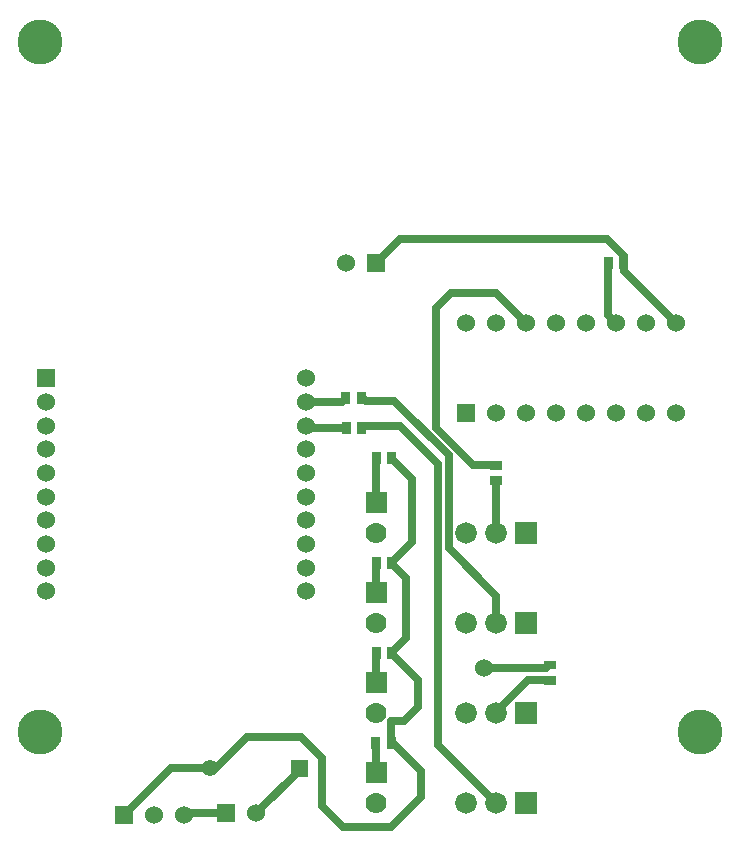
<source format=gbr>
G04 start of page 2 for group 0 idx 0 *
G04 Title: (unknown), component *
G04 Creator: pcb 20110918 *
G04 CreationDate: Tue 12 Jun 2012 03:36:23 PM GMT UTC *
G04 For: ed *
G04 Format: Gerber/RS-274X *
G04 PCB-Dimensions: 236000 283000 *
G04 PCB-Coordinate-Origin: lower left *
%MOIN*%
%FSLAX25Y25*%
%LNTOP*%
%ADD24C,0.0420*%
%ADD23C,0.0300*%
%ADD22C,0.0280*%
%ADD21C,0.0380*%
%ADD20C,0.0350*%
%ADD19C,0.1200*%
%ADD18C,0.1500*%
%ADD17R,0.0295X0.0295*%
%ADD16C,0.0720*%
%ADD15C,0.0550*%
%ADD14C,0.0700*%
%ADD13C,0.0001*%
%ADD12C,0.0600*%
%ADD11C,0.0250*%
G54D11*X120000Y113000D02*Y128000D01*
X96600Y146700D02*X108582D01*
X109882Y148000D01*
X110000Y138000D02*X97400D01*
X96600Y138800D01*
X159508Y120441D02*X160000Y119949D01*
X159508Y125559D02*X152441D01*
X140000Y138000D01*
X144150Y118000D02*Y128900D01*
X128008Y138492D02*X140650Y125850D01*
X132000Y121118D02*X125118Y128000D01*
X115000Y148492D02*X116492Y147000D01*
X126050D01*
X115118Y138492D02*X128008D01*
X130000Y88000D02*X125118Y92882D01*
Y93000D02*X132000Y99882D01*
Y121118D01*
X120000Y83000D02*Y93000D01*
Y23000D02*Y32882D01*
X119882Y33000D01*
X125000Y33492D02*X125118Y33610D01*
X125000Y33492D02*X135000Y23492D01*
X120000Y53000D02*Y63000D01*
X125118Y33610D02*Y40379D01*
X129379D01*
X134000Y45000D01*
Y54118D01*
X125118Y63000D01*
X140650Y32350D02*X160000Y13000D01*
Y43000D02*X159000Y44000D01*
X177508Y59000D02*X176508Y58000D01*
X156000D01*
X177508Y53882D02*X170500D01*
X161000Y44382D01*
X56000Y9000D02*X56500Y9500D01*
X70000D01*
X36000Y9000D02*X51500Y24500D01*
X64500D01*
X125118Y92882D02*Y93000D01*
X135000Y23492D02*Y15000D01*
X125000Y5000D01*
X109000D01*
X102000Y12000D01*
Y28000D01*
X95000Y35000D01*
X77000D01*
X66500Y24500D01*
X65500D01*
X80000Y9500D02*X94500Y24000D01*
Y24500D01*
X160000Y119949D02*Y103000D01*
X144150Y119342D02*Y98000D01*
X160000Y82150D01*
X125118Y63000D02*X130000Y67882D01*
Y88000D01*
X160000Y82150D02*Y73000D01*
X140650Y125850D02*Y32350D01*
X156000Y58000D02*X158050D01*
X202559Y193000D02*Y190441D01*
X145000Y183000D02*X160000D01*
X170000Y173000D01*
X140000Y178000D02*X145000Y183000D01*
X197441Y193492D02*Y175559D01*
X200000Y173000D01*
X202559Y190441D02*X220000Y173000D01*
X140000Y138000D02*Y178000D01*
X144150Y128900D02*X127050Y146000D01*
X127000D01*
X120000Y193000D02*X128000Y201000D01*
X197000D01*
X202559Y195441D01*
Y193559D01*
G54D12*X96600Y154600D03*
Y146700D03*
Y138800D03*
Y130900D03*
Y123000D03*
Y115100D03*
Y107200D03*
G54D13*G36*
X117000Y196000D02*Y190000D01*
X123000D01*
Y196000D01*
X117000D01*
G37*
G54D12*X110000Y193000D03*
G54D14*X120000Y73000D03*
G54D13*G36*
X116500Y56500D02*Y49500D01*
X123500D01*
Y56500D01*
X116500D01*
G37*
G54D12*X10000Y130900D03*
Y123000D03*
Y115100D03*
Y107200D03*
G54D13*G36*
X7000Y157600D02*Y151600D01*
X13000D01*
Y157600D01*
X7000D01*
G37*
G54D12*X10000Y146700D03*
Y138800D03*
Y99300D03*
Y91400D03*
Y83500D03*
G54D13*G36*
X91750Y27250D02*Y21750D01*
X97250D01*
Y27250D01*
X91750D01*
G37*
G54D15*X64500Y24500D03*
G54D13*G36*
X116500Y26500D02*Y19500D01*
X123500D01*
Y26500D01*
X116500D01*
G37*
G36*
X67000Y12500D02*Y6500D01*
X73000D01*
Y12500D01*
X67000D01*
G37*
G54D12*X80000Y9500D03*
G54D14*X120000Y13000D03*
G54D13*G36*
X33000Y12000D02*Y6000D01*
X39000D01*
Y12000D01*
X33000D01*
G37*
G54D12*X46000Y9000D03*
X56000D03*
X96600Y99300D03*
G54D13*G36*
X166400Y106600D02*Y99400D01*
X173600D01*
Y106600D01*
X166400D01*
G37*
G54D16*X160000Y103000D03*
X150000D03*
G54D13*G36*
X116500Y116500D02*Y109500D01*
X123500D01*
Y116500D01*
X116500D01*
G37*
G54D14*X120000Y103000D03*
G54D12*X96600Y91400D03*
Y83500D03*
G54D13*G36*
X116500Y86500D02*Y79500D01*
X123500D01*
Y86500D01*
X116500D01*
G37*
G36*
X166400Y76600D02*Y69400D01*
X173600D01*
Y76600D01*
X166400D01*
G37*
G54D16*X160000Y73000D03*
X150000D03*
G54D13*G36*
X147000Y146000D02*Y140000D01*
X153000D01*
Y146000D01*
X147000D01*
G37*
G54D12*X160000Y143000D03*
X170000D03*
X180000D03*
X190000D03*
Y173000D03*
X180000D03*
X170000D03*
X160000D03*
X150000D03*
X200000Y143000D03*
X210000D03*
X220000D03*
Y173000D03*
X210000D03*
X200000D03*
G54D13*G36*
X166400Y16600D02*Y9400D01*
X173600D01*
Y16600D01*
X166400D01*
G37*
G54D16*X160000Y13000D03*
X150000D03*
G54D13*G36*
X166400Y46600D02*Y39400D01*
X173600D01*
Y46600D01*
X166400D01*
G37*
G54D16*X160000Y43000D03*
X150000D03*
G54D14*X120000D03*
G54D17*X110000Y138492D02*Y137508D01*
X115118Y138492D02*Y137508D01*
X120000Y93492D02*Y92508D01*
X109882Y148492D02*Y147508D01*
X115000Y148492D02*Y147508D01*
X120000Y128492D02*Y127508D01*
X119882Y33492D02*Y32508D01*
X125000Y33492D02*Y32508D01*
X125118Y93492D02*Y92508D01*
X120000Y63492D02*Y62508D01*
X125118Y63492D02*Y62508D01*
X197441Y193492D02*Y192508D01*
X202559Y193492D02*Y192508D01*
X177508Y59000D02*X178492D01*
X177508Y53882D02*X178492D01*
X159508Y125559D02*X160492D01*
X125118Y128492D02*Y127508D01*
X159508Y120441D02*X160492D01*
G54D18*X228000Y36500D03*
X8000D03*
Y266500D03*
X228000D03*
G54D12*X156000Y58000D03*
G54D19*G54D20*G54D21*G54D22*G54D21*G54D23*G54D22*G54D21*G54D22*G54D21*G54D24*G54D22*G54D21*G54D22*G54D24*G54D22*G54D24*G54D22*M02*

</source>
